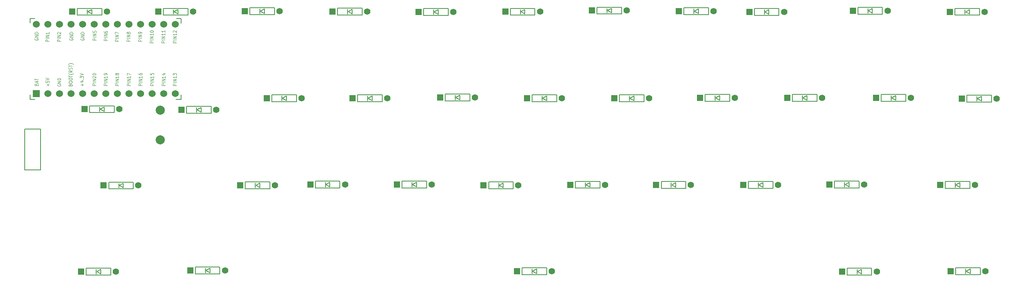
<source format=gbr>
%TF.GenerationSoftware,KiCad,Pcbnew,7.0.8*%
%TF.CreationDate,2024-11-13T13:09:42+09:00*%
%TF.ProjectId,cool337,636f6f6c-3333-4372-9e6b-696361645f70,rev?*%
%TF.SameCoordinates,Original*%
%TF.FileFunction,Legend,Top*%
%TF.FilePolarity,Positive*%
%FSLAX46Y46*%
G04 Gerber Fmt 4.6, Leading zero omitted, Abs format (unit mm)*
G04 Created by KiCad (PCBNEW 7.0.8) date 2024-11-13 13:09:42*
%MOMM*%
%LPD*%
G01*
G04 APERTURE LIST*
%ADD10C,0.125000*%
%ADD11C,0.150000*%
%ADD12R,1.397000X1.397000*%
%ADD13C,1.397000*%
%ADD14C,2.000000*%
%ADD15C,1.524000*%
%ADD16R,1.524000X1.524000*%
G04 APERTURE END LIST*
D10*
X2834178Y-14185475D02*
X2798464Y-14249285D01*
X2798464Y-14249285D02*
X2798464Y-14344999D01*
X2798464Y-14344999D02*
X2834178Y-14440713D01*
X2834178Y-14440713D02*
X2905607Y-14504523D01*
X2905607Y-14504523D02*
X2977035Y-14536428D01*
X2977035Y-14536428D02*
X3119892Y-14568332D01*
X3119892Y-14568332D02*
X3227035Y-14568332D01*
X3227035Y-14568332D02*
X3369892Y-14536428D01*
X3369892Y-14536428D02*
X3441321Y-14504523D01*
X3441321Y-14504523D02*
X3512750Y-14440713D01*
X3512750Y-14440713D02*
X3548464Y-14344999D01*
X3548464Y-14344999D02*
X3548464Y-14281190D01*
X3548464Y-14281190D02*
X3512750Y-14185475D01*
X3512750Y-14185475D02*
X3477035Y-14153571D01*
X3477035Y-14153571D02*
X3227035Y-14153571D01*
X3227035Y-14153571D02*
X3227035Y-14281190D01*
X3548464Y-13866428D02*
X2798464Y-13866428D01*
X2798464Y-13866428D02*
X3548464Y-13483571D01*
X3548464Y-13483571D02*
X2798464Y-13483571D01*
X3548464Y-13164523D02*
X2798464Y-13164523D01*
X2798464Y-13164523D02*
X2798464Y-13004999D01*
X2798464Y-13004999D02*
X2834178Y-12909285D01*
X2834178Y-12909285D02*
X2905607Y-12845475D01*
X2905607Y-12845475D02*
X2977035Y-12813570D01*
X2977035Y-12813570D02*
X3119892Y-12781666D01*
X3119892Y-12781666D02*
X3227035Y-12781666D01*
X3227035Y-12781666D02*
X3369892Y-12813570D01*
X3369892Y-12813570D02*
X3441321Y-12845475D01*
X3441321Y-12845475D02*
X3512750Y-12909285D01*
X3512750Y-12909285D02*
X3548464Y-13004999D01*
X3548464Y-13004999D02*
X3548464Y-13164523D01*
X-1561535Y-14845000D02*
X-2311535Y-14845000D01*
X-2311535Y-14845000D02*
X-2311535Y-14589762D01*
X-2311535Y-14589762D02*
X-2275821Y-14525952D01*
X-2275821Y-14525952D02*
X-2240107Y-14494047D01*
X-2240107Y-14494047D02*
X-2168678Y-14462143D01*
X-2168678Y-14462143D02*
X-2061535Y-14462143D01*
X-2061535Y-14462143D02*
X-1990107Y-14494047D01*
X-1990107Y-14494047D02*
X-1954392Y-14525952D01*
X-1954392Y-14525952D02*
X-1918678Y-14589762D01*
X-1918678Y-14589762D02*
X-1918678Y-14845000D01*
X-1561535Y-14175000D02*
X-2311535Y-14175000D01*
X-1561535Y-13855952D02*
X-2311535Y-13855952D01*
X-2311535Y-13855952D02*
X-1561535Y-13473095D01*
X-1561535Y-13473095D02*
X-2311535Y-13473095D01*
X-2240107Y-13185951D02*
X-2275821Y-13154047D01*
X-2275821Y-13154047D02*
X-2311535Y-13090237D01*
X-2311535Y-13090237D02*
X-2311535Y-12930713D01*
X-2311535Y-12930713D02*
X-2275821Y-12866904D01*
X-2275821Y-12866904D02*
X-2240107Y-12834999D01*
X-2240107Y-12834999D02*
X-2168678Y-12803094D01*
X-2168678Y-12803094D02*
X-2097250Y-12803094D01*
X-2097250Y-12803094D02*
X-1990107Y-12834999D01*
X-1990107Y-12834999D02*
X-1561535Y-13217856D01*
X-1561535Y-13217856D02*
X-1561535Y-12803094D01*
X16248464Y-24519047D02*
X15498464Y-24519047D01*
X15498464Y-24519047D02*
X15498464Y-24263809D01*
X15498464Y-24263809D02*
X15534178Y-24199999D01*
X15534178Y-24199999D02*
X15569892Y-24168094D01*
X15569892Y-24168094D02*
X15641321Y-24136190D01*
X15641321Y-24136190D02*
X15748464Y-24136190D01*
X15748464Y-24136190D02*
X15819892Y-24168094D01*
X15819892Y-24168094D02*
X15855607Y-24199999D01*
X15855607Y-24199999D02*
X15891321Y-24263809D01*
X15891321Y-24263809D02*
X15891321Y-24519047D01*
X16248464Y-23849047D02*
X15498464Y-23849047D01*
X16248464Y-23529999D02*
X15498464Y-23529999D01*
X15498464Y-23529999D02*
X16248464Y-23147142D01*
X16248464Y-23147142D02*
X15498464Y-23147142D01*
X16248464Y-22477141D02*
X16248464Y-22859998D01*
X16248464Y-22668570D02*
X15498464Y-22668570D01*
X15498464Y-22668570D02*
X15605607Y-22732379D01*
X15605607Y-22732379D02*
X15677035Y-22796189D01*
X15677035Y-22796189D02*
X15712750Y-22859998D01*
X15498464Y-21902856D02*
X15498464Y-22030475D01*
X15498464Y-22030475D02*
X15534178Y-22094284D01*
X15534178Y-22094284D02*
X15569892Y-22126189D01*
X15569892Y-22126189D02*
X15677035Y-22189999D01*
X15677035Y-22189999D02*
X15819892Y-22221903D01*
X15819892Y-22221903D02*
X16105607Y-22221903D01*
X16105607Y-22221903D02*
X16177035Y-22189999D01*
X16177035Y-22189999D02*
X16212750Y-22158094D01*
X16212750Y-22158094D02*
X16248464Y-22094284D01*
X16248464Y-22094284D02*
X16248464Y-21966665D01*
X16248464Y-21966665D02*
X16212750Y-21902856D01*
X16212750Y-21902856D02*
X16177035Y-21870951D01*
X16177035Y-21870951D02*
X16105607Y-21839046D01*
X16105607Y-21839046D02*
X15927035Y-21839046D01*
X15927035Y-21839046D02*
X15855607Y-21870951D01*
X15855607Y-21870951D02*
X15819892Y-21902856D01*
X15819892Y-21902856D02*
X15784178Y-21966665D01*
X15784178Y-21966665D02*
X15784178Y-22094284D01*
X15784178Y-22094284D02*
X15819892Y-22158094D01*
X15819892Y-22158094D02*
X15855607Y-22189999D01*
X15855607Y-22189999D02*
X15927035Y-22221903D01*
X6218464Y-14565000D02*
X5468464Y-14565000D01*
X5468464Y-14565000D02*
X5468464Y-14309762D01*
X5468464Y-14309762D02*
X5504178Y-14245952D01*
X5504178Y-14245952D02*
X5539892Y-14214047D01*
X5539892Y-14214047D02*
X5611321Y-14182143D01*
X5611321Y-14182143D02*
X5718464Y-14182143D01*
X5718464Y-14182143D02*
X5789892Y-14214047D01*
X5789892Y-14214047D02*
X5825607Y-14245952D01*
X5825607Y-14245952D02*
X5861321Y-14309762D01*
X5861321Y-14309762D02*
X5861321Y-14565000D01*
X6218464Y-13895000D02*
X5468464Y-13895000D01*
X6218464Y-13575952D02*
X5468464Y-13575952D01*
X5468464Y-13575952D02*
X6218464Y-13193095D01*
X6218464Y-13193095D02*
X5468464Y-13193095D01*
X5468464Y-12554999D02*
X5468464Y-12874047D01*
X5468464Y-12874047D02*
X5825607Y-12905951D01*
X5825607Y-12905951D02*
X5789892Y-12874047D01*
X5789892Y-12874047D02*
X5754178Y-12810237D01*
X5754178Y-12810237D02*
X5754178Y-12650713D01*
X5754178Y-12650713D02*
X5789892Y-12586904D01*
X5789892Y-12586904D02*
X5825607Y-12554999D01*
X5825607Y-12554999D02*
X5897035Y-12523094D01*
X5897035Y-12523094D02*
X6075607Y-12523094D01*
X6075607Y-12523094D02*
X6147035Y-12554999D01*
X6147035Y-12554999D02*
X6182750Y-12586904D01*
X6182750Y-12586904D02*
X6218464Y-12650713D01*
X6218464Y-12650713D02*
X6218464Y-12810237D01*
X6218464Y-12810237D02*
X6182750Y-12874047D01*
X6182750Y-12874047D02*
X6147035Y-12905951D01*
X545607Y-24435237D02*
X581321Y-24339523D01*
X581321Y-24339523D02*
X617035Y-24307618D01*
X617035Y-24307618D02*
X688464Y-24275714D01*
X688464Y-24275714D02*
X795607Y-24275714D01*
X795607Y-24275714D02*
X867035Y-24307618D01*
X867035Y-24307618D02*
X902750Y-24339523D01*
X902750Y-24339523D02*
X938464Y-24403333D01*
X938464Y-24403333D02*
X938464Y-24658571D01*
X938464Y-24658571D02*
X188464Y-24658571D01*
X188464Y-24658571D02*
X188464Y-24435237D01*
X188464Y-24435237D02*
X224178Y-24371428D01*
X224178Y-24371428D02*
X259892Y-24339523D01*
X259892Y-24339523D02*
X331321Y-24307618D01*
X331321Y-24307618D02*
X402750Y-24307618D01*
X402750Y-24307618D02*
X474178Y-24339523D01*
X474178Y-24339523D02*
X509892Y-24371428D01*
X509892Y-24371428D02*
X545607Y-24435237D01*
X545607Y-24435237D02*
X545607Y-24658571D01*
X188464Y-23860952D02*
X188464Y-23733333D01*
X188464Y-23733333D02*
X224178Y-23669523D01*
X224178Y-23669523D02*
X295607Y-23605714D01*
X295607Y-23605714D02*
X438464Y-23573809D01*
X438464Y-23573809D02*
X688464Y-23573809D01*
X688464Y-23573809D02*
X831321Y-23605714D01*
X831321Y-23605714D02*
X902750Y-23669523D01*
X902750Y-23669523D02*
X938464Y-23733333D01*
X938464Y-23733333D02*
X938464Y-23860952D01*
X938464Y-23860952D02*
X902750Y-23924761D01*
X902750Y-23924761D02*
X831321Y-23988571D01*
X831321Y-23988571D02*
X688464Y-24020475D01*
X688464Y-24020475D02*
X438464Y-24020475D01*
X438464Y-24020475D02*
X295607Y-23988571D01*
X295607Y-23988571D02*
X224178Y-23924761D01*
X224178Y-23924761D02*
X188464Y-23860952D01*
X188464Y-23159047D02*
X188464Y-23031428D01*
X188464Y-23031428D02*
X224178Y-22967618D01*
X224178Y-22967618D02*
X295607Y-22903809D01*
X295607Y-22903809D02*
X438464Y-22871904D01*
X438464Y-22871904D02*
X688464Y-22871904D01*
X688464Y-22871904D02*
X831321Y-22903809D01*
X831321Y-22903809D02*
X902750Y-22967618D01*
X902750Y-22967618D02*
X938464Y-23031428D01*
X938464Y-23031428D02*
X938464Y-23159047D01*
X938464Y-23159047D02*
X902750Y-23222856D01*
X902750Y-23222856D02*
X831321Y-23286666D01*
X831321Y-23286666D02*
X688464Y-23318570D01*
X688464Y-23318570D02*
X438464Y-23318570D01*
X438464Y-23318570D02*
X295607Y-23286666D01*
X295607Y-23286666D02*
X224178Y-23222856D01*
X224178Y-23222856D02*
X188464Y-23159047D01*
X188464Y-22680475D02*
X188464Y-22297618D01*
X938464Y-22489046D02*
X188464Y-22489046D01*
X1224178Y-21882856D02*
X1188464Y-21914761D01*
X1188464Y-21914761D02*
X1081321Y-21978570D01*
X1081321Y-21978570D02*
X1009892Y-22010475D01*
X1009892Y-22010475D02*
X902750Y-22042380D01*
X902750Y-22042380D02*
X724178Y-22074285D01*
X724178Y-22074285D02*
X581321Y-22074285D01*
X581321Y-22074285D02*
X402750Y-22042380D01*
X402750Y-22042380D02*
X295607Y-22010475D01*
X295607Y-22010475D02*
X224178Y-21978570D01*
X224178Y-21978570D02*
X117035Y-21914761D01*
X117035Y-21914761D02*
X81321Y-21882856D01*
X938464Y-21244761D02*
X581321Y-21468094D01*
X938464Y-21627618D02*
X188464Y-21627618D01*
X188464Y-21627618D02*
X188464Y-21372380D01*
X188464Y-21372380D02*
X224178Y-21308570D01*
X224178Y-21308570D02*
X259892Y-21276665D01*
X259892Y-21276665D02*
X331321Y-21244761D01*
X331321Y-21244761D02*
X438464Y-21244761D01*
X438464Y-21244761D02*
X509892Y-21276665D01*
X509892Y-21276665D02*
X545607Y-21308570D01*
X545607Y-21308570D02*
X581321Y-21372380D01*
X581321Y-21372380D02*
X581321Y-21627618D01*
X902750Y-20989522D02*
X938464Y-20893808D01*
X938464Y-20893808D02*
X938464Y-20734284D01*
X938464Y-20734284D02*
X902750Y-20670475D01*
X902750Y-20670475D02*
X867035Y-20638570D01*
X867035Y-20638570D02*
X795607Y-20606665D01*
X795607Y-20606665D02*
X724178Y-20606665D01*
X724178Y-20606665D02*
X652750Y-20638570D01*
X652750Y-20638570D02*
X617035Y-20670475D01*
X617035Y-20670475D02*
X581321Y-20734284D01*
X581321Y-20734284D02*
X545607Y-20861903D01*
X545607Y-20861903D02*
X509892Y-20925713D01*
X509892Y-20925713D02*
X474178Y-20957618D01*
X474178Y-20957618D02*
X402750Y-20989522D01*
X402750Y-20989522D02*
X331321Y-20989522D01*
X331321Y-20989522D02*
X259892Y-20957618D01*
X259892Y-20957618D02*
X224178Y-20925713D01*
X224178Y-20925713D02*
X188464Y-20861903D01*
X188464Y-20861903D02*
X188464Y-20702380D01*
X188464Y-20702380D02*
X224178Y-20606665D01*
X188464Y-20415237D02*
X188464Y-20032380D01*
X938464Y-20223808D02*
X188464Y-20223808D01*
X1224178Y-19872856D02*
X1188464Y-19840951D01*
X1188464Y-19840951D02*
X1081321Y-19777142D01*
X1081321Y-19777142D02*
X1009892Y-19745237D01*
X1009892Y-19745237D02*
X902750Y-19713332D01*
X902750Y-19713332D02*
X724178Y-19681428D01*
X724178Y-19681428D02*
X581321Y-19681428D01*
X581321Y-19681428D02*
X402750Y-19713332D01*
X402750Y-19713332D02*
X295607Y-19745237D01*
X295607Y-19745237D02*
X224178Y-19777142D01*
X224178Y-19777142D02*
X117035Y-19840951D01*
X117035Y-19840951D02*
X81321Y-19872856D01*
X-4387250Y-24676428D02*
X-4387250Y-24165952D01*
X-4101535Y-24421190D02*
X-4672964Y-24421190D01*
X-4851535Y-23527856D02*
X-4851535Y-23846904D01*
X-4851535Y-23846904D02*
X-4494392Y-23878808D01*
X-4494392Y-23878808D02*
X-4530107Y-23846904D01*
X-4530107Y-23846904D02*
X-4565821Y-23783094D01*
X-4565821Y-23783094D02*
X-4565821Y-23623570D01*
X-4565821Y-23623570D02*
X-4530107Y-23559761D01*
X-4530107Y-23559761D02*
X-4494392Y-23527856D01*
X-4494392Y-23527856D02*
X-4422964Y-23495951D01*
X-4422964Y-23495951D02*
X-4244392Y-23495951D01*
X-4244392Y-23495951D02*
X-4172964Y-23527856D01*
X-4172964Y-23527856D02*
X-4137250Y-23559761D01*
X-4137250Y-23559761D02*
X-4101535Y-23623570D01*
X-4101535Y-23623570D02*
X-4101535Y-23783094D01*
X-4101535Y-23783094D02*
X-4137250Y-23846904D01*
X-4137250Y-23846904D02*
X-4172964Y-23878808D01*
X-4851535Y-23304523D02*
X-4101535Y-23081190D01*
X-4101535Y-23081190D02*
X-4851535Y-22857856D01*
X11148464Y-24519047D02*
X10398464Y-24519047D01*
X10398464Y-24519047D02*
X10398464Y-24263809D01*
X10398464Y-24263809D02*
X10434178Y-24199999D01*
X10434178Y-24199999D02*
X10469892Y-24168094D01*
X10469892Y-24168094D02*
X10541321Y-24136190D01*
X10541321Y-24136190D02*
X10648464Y-24136190D01*
X10648464Y-24136190D02*
X10719892Y-24168094D01*
X10719892Y-24168094D02*
X10755607Y-24199999D01*
X10755607Y-24199999D02*
X10791321Y-24263809D01*
X10791321Y-24263809D02*
X10791321Y-24519047D01*
X11148464Y-23849047D02*
X10398464Y-23849047D01*
X11148464Y-23529999D02*
X10398464Y-23529999D01*
X10398464Y-23529999D02*
X11148464Y-23147142D01*
X11148464Y-23147142D02*
X10398464Y-23147142D01*
X11148464Y-22477141D02*
X11148464Y-22859998D01*
X11148464Y-22668570D02*
X10398464Y-22668570D01*
X10398464Y-22668570D02*
X10505607Y-22732379D01*
X10505607Y-22732379D02*
X10577035Y-22796189D01*
X10577035Y-22796189D02*
X10612750Y-22859998D01*
X10719892Y-22094284D02*
X10684178Y-22158094D01*
X10684178Y-22158094D02*
X10648464Y-22189999D01*
X10648464Y-22189999D02*
X10577035Y-22221903D01*
X10577035Y-22221903D02*
X10541321Y-22221903D01*
X10541321Y-22221903D02*
X10469892Y-22189999D01*
X10469892Y-22189999D02*
X10434178Y-22158094D01*
X10434178Y-22158094D02*
X10398464Y-22094284D01*
X10398464Y-22094284D02*
X10398464Y-21966665D01*
X10398464Y-21966665D02*
X10434178Y-21902856D01*
X10434178Y-21902856D02*
X10469892Y-21870951D01*
X10469892Y-21870951D02*
X10541321Y-21839046D01*
X10541321Y-21839046D02*
X10577035Y-21839046D01*
X10577035Y-21839046D02*
X10648464Y-21870951D01*
X10648464Y-21870951D02*
X10684178Y-21902856D01*
X10684178Y-21902856D02*
X10719892Y-21966665D01*
X10719892Y-21966665D02*
X10719892Y-22094284D01*
X10719892Y-22094284D02*
X10755607Y-22158094D01*
X10755607Y-22158094D02*
X10791321Y-22189999D01*
X10791321Y-22189999D02*
X10862750Y-22221903D01*
X10862750Y-22221903D02*
X11005607Y-22221903D01*
X11005607Y-22221903D02*
X11077035Y-22189999D01*
X11077035Y-22189999D02*
X11112750Y-22158094D01*
X11112750Y-22158094D02*
X11148464Y-22094284D01*
X11148464Y-22094284D02*
X11148464Y-21966665D01*
X11148464Y-21966665D02*
X11112750Y-21902856D01*
X11112750Y-21902856D02*
X11077035Y-21870951D01*
X11077035Y-21870951D02*
X11005607Y-21839046D01*
X11005607Y-21839046D02*
X10862750Y-21839046D01*
X10862750Y-21839046D02*
X10791321Y-21870951D01*
X10791321Y-21870951D02*
X10755607Y-21902856D01*
X10755607Y-21902856D02*
X10719892Y-21966665D01*
X18748464Y-15134047D02*
X17998464Y-15134047D01*
X17998464Y-15134047D02*
X17998464Y-14878809D01*
X17998464Y-14878809D02*
X18034178Y-14814999D01*
X18034178Y-14814999D02*
X18069892Y-14783094D01*
X18069892Y-14783094D02*
X18141321Y-14751190D01*
X18141321Y-14751190D02*
X18248464Y-14751190D01*
X18248464Y-14751190D02*
X18319892Y-14783094D01*
X18319892Y-14783094D02*
X18355607Y-14814999D01*
X18355607Y-14814999D02*
X18391321Y-14878809D01*
X18391321Y-14878809D02*
X18391321Y-15134047D01*
X18748464Y-14464047D02*
X17998464Y-14464047D01*
X18748464Y-14144999D02*
X17998464Y-14144999D01*
X17998464Y-14144999D02*
X18748464Y-13762142D01*
X18748464Y-13762142D02*
X17998464Y-13762142D01*
X18748464Y-13092141D02*
X18748464Y-13474998D01*
X18748464Y-13283570D02*
X17998464Y-13283570D01*
X17998464Y-13283570D02*
X18105607Y-13347379D01*
X18105607Y-13347379D02*
X18177035Y-13411189D01*
X18177035Y-13411189D02*
X18212750Y-13474998D01*
X17998464Y-12677380D02*
X17998464Y-12613570D01*
X17998464Y-12613570D02*
X18034178Y-12549761D01*
X18034178Y-12549761D02*
X18069892Y-12517856D01*
X18069892Y-12517856D02*
X18141321Y-12485951D01*
X18141321Y-12485951D02*
X18284178Y-12454046D01*
X18284178Y-12454046D02*
X18462750Y-12454046D01*
X18462750Y-12454046D02*
X18605607Y-12485951D01*
X18605607Y-12485951D02*
X18677035Y-12517856D01*
X18677035Y-12517856D02*
X18712750Y-12549761D01*
X18712750Y-12549761D02*
X18748464Y-12613570D01*
X18748464Y-12613570D02*
X18748464Y-12677380D01*
X18748464Y-12677380D02*
X18712750Y-12741189D01*
X18712750Y-12741189D02*
X18677035Y-12773094D01*
X18677035Y-12773094D02*
X18605607Y-12804999D01*
X18605607Y-12804999D02*
X18462750Y-12836903D01*
X18462750Y-12836903D02*
X18284178Y-12836903D01*
X18284178Y-12836903D02*
X18141321Y-12804999D01*
X18141321Y-12804999D02*
X18069892Y-12773094D01*
X18069892Y-12773094D02*
X18034178Y-12741189D01*
X18034178Y-12741189D02*
X17998464Y-12677380D01*
X21298464Y-15134047D02*
X20548464Y-15134047D01*
X20548464Y-15134047D02*
X20548464Y-14878809D01*
X20548464Y-14878809D02*
X20584178Y-14814999D01*
X20584178Y-14814999D02*
X20619892Y-14783094D01*
X20619892Y-14783094D02*
X20691321Y-14751190D01*
X20691321Y-14751190D02*
X20798464Y-14751190D01*
X20798464Y-14751190D02*
X20869892Y-14783094D01*
X20869892Y-14783094D02*
X20905607Y-14814999D01*
X20905607Y-14814999D02*
X20941321Y-14878809D01*
X20941321Y-14878809D02*
X20941321Y-15134047D01*
X21298464Y-14464047D02*
X20548464Y-14464047D01*
X21298464Y-14144999D02*
X20548464Y-14144999D01*
X20548464Y-14144999D02*
X21298464Y-13762142D01*
X21298464Y-13762142D02*
X20548464Y-13762142D01*
X21298464Y-13092141D02*
X21298464Y-13474998D01*
X21298464Y-13283570D02*
X20548464Y-13283570D01*
X20548464Y-13283570D02*
X20655607Y-13347379D01*
X20655607Y-13347379D02*
X20727035Y-13411189D01*
X20727035Y-13411189D02*
X20762750Y-13474998D01*
X21298464Y-12454046D02*
X21298464Y-12836903D01*
X21298464Y-12645475D02*
X20548464Y-12645475D01*
X20548464Y-12645475D02*
X20655607Y-12709284D01*
X20655607Y-12709284D02*
X20727035Y-12773094D01*
X20727035Y-12773094D02*
X20762750Y-12836903D01*
X-7235821Y-14185475D02*
X-7271535Y-14249285D01*
X-7271535Y-14249285D02*
X-7271535Y-14344999D01*
X-7271535Y-14344999D02*
X-7235821Y-14440713D01*
X-7235821Y-14440713D02*
X-7164392Y-14504523D01*
X-7164392Y-14504523D02*
X-7092964Y-14536428D01*
X-7092964Y-14536428D02*
X-6950107Y-14568332D01*
X-6950107Y-14568332D02*
X-6842964Y-14568332D01*
X-6842964Y-14568332D02*
X-6700107Y-14536428D01*
X-6700107Y-14536428D02*
X-6628678Y-14504523D01*
X-6628678Y-14504523D02*
X-6557250Y-14440713D01*
X-6557250Y-14440713D02*
X-6521535Y-14344999D01*
X-6521535Y-14344999D02*
X-6521535Y-14281190D01*
X-6521535Y-14281190D02*
X-6557250Y-14185475D01*
X-6557250Y-14185475D02*
X-6592964Y-14153571D01*
X-6592964Y-14153571D02*
X-6842964Y-14153571D01*
X-6842964Y-14153571D02*
X-6842964Y-14281190D01*
X-6521535Y-13866428D02*
X-7271535Y-13866428D01*
X-7271535Y-13866428D02*
X-6521535Y-13483571D01*
X-6521535Y-13483571D02*
X-7271535Y-13483571D01*
X-6521535Y-13164523D02*
X-7271535Y-13164523D01*
X-7271535Y-13164523D02*
X-7271535Y-13004999D01*
X-7271535Y-13004999D02*
X-7235821Y-12909285D01*
X-7235821Y-12909285D02*
X-7164392Y-12845475D01*
X-7164392Y-12845475D02*
X-7092964Y-12813570D01*
X-7092964Y-12813570D02*
X-6950107Y-12781666D01*
X-6950107Y-12781666D02*
X-6842964Y-12781666D01*
X-6842964Y-12781666D02*
X-6700107Y-12813570D01*
X-6700107Y-12813570D02*
X-6628678Y-12845475D01*
X-6628678Y-12845475D02*
X-6557250Y-12909285D01*
X-6557250Y-12909285D02*
X-6521535Y-13004999D01*
X-6521535Y-13004999D02*
X-6521535Y-13164523D01*
X11098464Y-14815000D02*
X10348464Y-14815000D01*
X10348464Y-14815000D02*
X10348464Y-14559762D01*
X10348464Y-14559762D02*
X10384178Y-14495952D01*
X10384178Y-14495952D02*
X10419892Y-14464047D01*
X10419892Y-14464047D02*
X10491321Y-14432143D01*
X10491321Y-14432143D02*
X10598464Y-14432143D01*
X10598464Y-14432143D02*
X10669892Y-14464047D01*
X10669892Y-14464047D02*
X10705607Y-14495952D01*
X10705607Y-14495952D02*
X10741321Y-14559762D01*
X10741321Y-14559762D02*
X10741321Y-14815000D01*
X11098464Y-14145000D02*
X10348464Y-14145000D01*
X11098464Y-13825952D02*
X10348464Y-13825952D01*
X10348464Y-13825952D02*
X11098464Y-13443095D01*
X11098464Y-13443095D02*
X10348464Y-13443095D01*
X10348464Y-13187856D02*
X10348464Y-12741190D01*
X10348464Y-12741190D02*
X11098464Y-13028332D01*
X6148464Y-24519047D02*
X5398464Y-24519047D01*
X5398464Y-24519047D02*
X5398464Y-24263809D01*
X5398464Y-24263809D02*
X5434178Y-24199999D01*
X5434178Y-24199999D02*
X5469892Y-24168094D01*
X5469892Y-24168094D02*
X5541321Y-24136190D01*
X5541321Y-24136190D02*
X5648464Y-24136190D01*
X5648464Y-24136190D02*
X5719892Y-24168094D01*
X5719892Y-24168094D02*
X5755607Y-24199999D01*
X5755607Y-24199999D02*
X5791321Y-24263809D01*
X5791321Y-24263809D02*
X5791321Y-24519047D01*
X6148464Y-23849047D02*
X5398464Y-23849047D01*
X6148464Y-23529999D02*
X5398464Y-23529999D01*
X5398464Y-23529999D02*
X6148464Y-23147142D01*
X6148464Y-23147142D02*
X5398464Y-23147142D01*
X5469892Y-22859998D02*
X5434178Y-22828094D01*
X5434178Y-22828094D02*
X5398464Y-22764284D01*
X5398464Y-22764284D02*
X5398464Y-22604760D01*
X5398464Y-22604760D02*
X5434178Y-22540951D01*
X5434178Y-22540951D02*
X5469892Y-22509046D01*
X5469892Y-22509046D02*
X5541321Y-22477141D01*
X5541321Y-22477141D02*
X5612750Y-22477141D01*
X5612750Y-22477141D02*
X5719892Y-22509046D01*
X5719892Y-22509046D02*
X6148464Y-22891903D01*
X6148464Y-22891903D02*
X6148464Y-22477141D01*
X5398464Y-22062380D02*
X5398464Y-21998570D01*
X5398464Y-21998570D02*
X5434178Y-21934761D01*
X5434178Y-21934761D02*
X5469892Y-21902856D01*
X5469892Y-21902856D02*
X5541321Y-21870951D01*
X5541321Y-21870951D02*
X5684178Y-21839046D01*
X5684178Y-21839046D02*
X5862750Y-21839046D01*
X5862750Y-21839046D02*
X6005607Y-21870951D01*
X6005607Y-21870951D02*
X6077035Y-21902856D01*
X6077035Y-21902856D02*
X6112750Y-21934761D01*
X6112750Y-21934761D02*
X6148464Y-21998570D01*
X6148464Y-21998570D02*
X6148464Y-22062380D01*
X6148464Y-22062380D02*
X6112750Y-22126189D01*
X6112750Y-22126189D02*
X6077035Y-22158094D01*
X6077035Y-22158094D02*
X6005607Y-22189999D01*
X6005607Y-22189999D02*
X5862750Y-22221903D01*
X5862750Y-22221903D02*
X5684178Y-22221903D01*
X5684178Y-22221903D02*
X5541321Y-22189999D01*
X5541321Y-22189999D02*
X5469892Y-22158094D01*
X5469892Y-22158094D02*
X5434178Y-22126189D01*
X5434178Y-22126189D02*
X5398464Y-22062380D01*
X23810464Y-24552647D02*
X23060464Y-24552647D01*
X23060464Y-24552647D02*
X23060464Y-24297409D01*
X23060464Y-24297409D02*
X23096178Y-24233599D01*
X23096178Y-24233599D02*
X23131892Y-24201694D01*
X23131892Y-24201694D02*
X23203321Y-24169790D01*
X23203321Y-24169790D02*
X23310464Y-24169790D01*
X23310464Y-24169790D02*
X23381892Y-24201694D01*
X23381892Y-24201694D02*
X23417607Y-24233599D01*
X23417607Y-24233599D02*
X23453321Y-24297409D01*
X23453321Y-24297409D02*
X23453321Y-24552647D01*
X23810464Y-23882647D02*
X23060464Y-23882647D01*
X23810464Y-23563599D02*
X23060464Y-23563599D01*
X23060464Y-23563599D02*
X23810464Y-23180742D01*
X23810464Y-23180742D02*
X23060464Y-23180742D01*
X23810464Y-22510741D02*
X23810464Y-22893598D01*
X23810464Y-22702170D02*
X23060464Y-22702170D01*
X23060464Y-22702170D02*
X23167607Y-22765979D01*
X23167607Y-22765979D02*
X23239035Y-22829789D01*
X23239035Y-22829789D02*
X23274750Y-22893598D01*
X23060464Y-22287408D02*
X23060464Y-21872646D01*
X23060464Y-21872646D02*
X23346178Y-22095980D01*
X23346178Y-22095980D02*
X23346178Y-22000265D01*
X23346178Y-22000265D02*
X23381892Y-21936456D01*
X23381892Y-21936456D02*
X23417607Y-21904551D01*
X23417607Y-21904551D02*
X23489035Y-21872646D01*
X23489035Y-21872646D02*
X23667607Y-21872646D01*
X23667607Y-21872646D02*
X23739035Y-21904551D01*
X23739035Y-21904551D02*
X23774750Y-21936456D01*
X23774750Y-21936456D02*
X23810464Y-22000265D01*
X23810464Y-22000265D02*
X23810464Y-22191694D01*
X23810464Y-22191694D02*
X23774750Y-22255503D01*
X23774750Y-22255503D02*
X23739035Y-22287408D01*
X21348464Y-24519047D02*
X20598464Y-24519047D01*
X20598464Y-24519047D02*
X20598464Y-24263809D01*
X20598464Y-24263809D02*
X20634178Y-24199999D01*
X20634178Y-24199999D02*
X20669892Y-24168094D01*
X20669892Y-24168094D02*
X20741321Y-24136190D01*
X20741321Y-24136190D02*
X20848464Y-24136190D01*
X20848464Y-24136190D02*
X20919892Y-24168094D01*
X20919892Y-24168094D02*
X20955607Y-24199999D01*
X20955607Y-24199999D02*
X20991321Y-24263809D01*
X20991321Y-24263809D02*
X20991321Y-24519047D01*
X21348464Y-23849047D02*
X20598464Y-23849047D01*
X21348464Y-23529999D02*
X20598464Y-23529999D01*
X20598464Y-23529999D02*
X21348464Y-23147142D01*
X21348464Y-23147142D02*
X20598464Y-23147142D01*
X21348464Y-22477141D02*
X21348464Y-22859998D01*
X21348464Y-22668570D02*
X20598464Y-22668570D01*
X20598464Y-22668570D02*
X20705607Y-22732379D01*
X20705607Y-22732379D02*
X20777035Y-22796189D01*
X20777035Y-22796189D02*
X20812750Y-22859998D01*
X20848464Y-21902856D02*
X21348464Y-21902856D01*
X20562750Y-22062380D02*
X21098464Y-22221903D01*
X21098464Y-22221903D02*
X21098464Y-21807142D01*
X3122750Y-24620000D02*
X3122750Y-24109524D01*
X3408464Y-24364762D02*
X2837035Y-24364762D01*
X2908464Y-23503333D02*
X3408464Y-23503333D01*
X2622750Y-23662857D02*
X3158464Y-23822380D01*
X3158464Y-23822380D02*
X3158464Y-23407619D01*
X3337035Y-23152381D02*
X3372750Y-23120476D01*
X3372750Y-23120476D02*
X3408464Y-23152381D01*
X3408464Y-23152381D02*
X3372750Y-23184285D01*
X3372750Y-23184285D02*
X3337035Y-23152381D01*
X3337035Y-23152381D02*
X3408464Y-23152381D01*
X2658464Y-22897142D02*
X2658464Y-22482380D01*
X2658464Y-22482380D02*
X2944178Y-22705714D01*
X2944178Y-22705714D02*
X2944178Y-22609999D01*
X2944178Y-22609999D02*
X2979892Y-22546190D01*
X2979892Y-22546190D02*
X3015607Y-22514285D01*
X3015607Y-22514285D02*
X3087035Y-22482380D01*
X3087035Y-22482380D02*
X3265607Y-22482380D01*
X3265607Y-22482380D02*
X3337035Y-22514285D01*
X3337035Y-22514285D02*
X3372750Y-22546190D01*
X3372750Y-22546190D02*
X3408464Y-22609999D01*
X3408464Y-22609999D02*
X3408464Y-22801428D01*
X3408464Y-22801428D02*
X3372750Y-22865237D01*
X3372750Y-22865237D02*
X3337035Y-22897142D01*
X2658464Y-22290952D02*
X3408464Y-22067619D01*
X3408464Y-22067619D02*
X2658464Y-21844285D01*
X8648464Y-24519047D02*
X7898464Y-24519047D01*
X7898464Y-24519047D02*
X7898464Y-24263809D01*
X7898464Y-24263809D02*
X7934178Y-24199999D01*
X7934178Y-24199999D02*
X7969892Y-24168094D01*
X7969892Y-24168094D02*
X8041321Y-24136190D01*
X8041321Y-24136190D02*
X8148464Y-24136190D01*
X8148464Y-24136190D02*
X8219892Y-24168094D01*
X8219892Y-24168094D02*
X8255607Y-24199999D01*
X8255607Y-24199999D02*
X8291321Y-24263809D01*
X8291321Y-24263809D02*
X8291321Y-24519047D01*
X8648464Y-23849047D02*
X7898464Y-23849047D01*
X8648464Y-23529999D02*
X7898464Y-23529999D01*
X7898464Y-23529999D02*
X8648464Y-23147142D01*
X8648464Y-23147142D02*
X7898464Y-23147142D01*
X8648464Y-22477141D02*
X8648464Y-22859998D01*
X8648464Y-22668570D02*
X7898464Y-22668570D01*
X7898464Y-22668570D02*
X8005607Y-22732379D01*
X8005607Y-22732379D02*
X8077035Y-22796189D01*
X8077035Y-22796189D02*
X8112750Y-22859998D01*
X8648464Y-22158094D02*
X8648464Y-22030475D01*
X8648464Y-22030475D02*
X8612750Y-21966665D01*
X8612750Y-21966665D02*
X8577035Y-21934761D01*
X8577035Y-21934761D02*
X8469892Y-21870951D01*
X8469892Y-21870951D02*
X8327035Y-21839046D01*
X8327035Y-21839046D02*
X8041321Y-21839046D01*
X8041321Y-21839046D02*
X7969892Y-21870951D01*
X7969892Y-21870951D02*
X7934178Y-21902856D01*
X7934178Y-21902856D02*
X7898464Y-21966665D01*
X7898464Y-21966665D02*
X7898464Y-22094284D01*
X7898464Y-22094284D02*
X7934178Y-22158094D01*
X7934178Y-22158094D02*
X7969892Y-22189999D01*
X7969892Y-22189999D02*
X8041321Y-22221903D01*
X8041321Y-22221903D02*
X8219892Y-22221903D01*
X8219892Y-22221903D02*
X8291321Y-22189999D01*
X8291321Y-22189999D02*
X8327035Y-22158094D01*
X8327035Y-22158094D02*
X8362750Y-22094284D01*
X8362750Y-22094284D02*
X8362750Y-21966665D01*
X8362750Y-21966665D02*
X8327035Y-21902856D01*
X8327035Y-21902856D02*
X8291321Y-21870951D01*
X8291321Y-21870951D02*
X8219892Y-21839046D01*
X18798464Y-24519047D02*
X18048464Y-24519047D01*
X18048464Y-24519047D02*
X18048464Y-24263809D01*
X18048464Y-24263809D02*
X18084178Y-24199999D01*
X18084178Y-24199999D02*
X18119892Y-24168094D01*
X18119892Y-24168094D02*
X18191321Y-24136190D01*
X18191321Y-24136190D02*
X18298464Y-24136190D01*
X18298464Y-24136190D02*
X18369892Y-24168094D01*
X18369892Y-24168094D02*
X18405607Y-24199999D01*
X18405607Y-24199999D02*
X18441321Y-24263809D01*
X18441321Y-24263809D02*
X18441321Y-24519047D01*
X18798464Y-23849047D02*
X18048464Y-23849047D01*
X18798464Y-23529999D02*
X18048464Y-23529999D01*
X18048464Y-23529999D02*
X18798464Y-23147142D01*
X18798464Y-23147142D02*
X18048464Y-23147142D01*
X18798464Y-22477141D02*
X18798464Y-22859998D01*
X18798464Y-22668570D02*
X18048464Y-22668570D01*
X18048464Y-22668570D02*
X18155607Y-22732379D01*
X18155607Y-22732379D02*
X18227035Y-22796189D01*
X18227035Y-22796189D02*
X18262750Y-22859998D01*
X18048464Y-21870951D02*
X18048464Y-22189999D01*
X18048464Y-22189999D02*
X18405607Y-22221903D01*
X18405607Y-22221903D02*
X18369892Y-22189999D01*
X18369892Y-22189999D02*
X18334178Y-22126189D01*
X18334178Y-22126189D02*
X18334178Y-21966665D01*
X18334178Y-21966665D02*
X18369892Y-21902856D01*
X18369892Y-21902856D02*
X18405607Y-21870951D01*
X18405607Y-21870951D02*
X18477035Y-21839046D01*
X18477035Y-21839046D02*
X18655607Y-21839046D01*
X18655607Y-21839046D02*
X18727035Y-21870951D01*
X18727035Y-21870951D02*
X18762750Y-21902856D01*
X18762750Y-21902856D02*
X18798464Y-21966665D01*
X18798464Y-21966665D02*
X18798464Y-22126189D01*
X18798464Y-22126189D02*
X18762750Y-22189999D01*
X18762750Y-22189999D02*
X18727035Y-22221903D01*
X23798464Y-15134047D02*
X23048464Y-15134047D01*
X23048464Y-15134047D02*
X23048464Y-14878809D01*
X23048464Y-14878809D02*
X23084178Y-14814999D01*
X23084178Y-14814999D02*
X23119892Y-14783094D01*
X23119892Y-14783094D02*
X23191321Y-14751190D01*
X23191321Y-14751190D02*
X23298464Y-14751190D01*
X23298464Y-14751190D02*
X23369892Y-14783094D01*
X23369892Y-14783094D02*
X23405607Y-14814999D01*
X23405607Y-14814999D02*
X23441321Y-14878809D01*
X23441321Y-14878809D02*
X23441321Y-15134047D01*
X23798464Y-14464047D02*
X23048464Y-14464047D01*
X23798464Y-14144999D02*
X23048464Y-14144999D01*
X23048464Y-14144999D02*
X23798464Y-13762142D01*
X23798464Y-13762142D02*
X23048464Y-13762142D01*
X23798464Y-13092141D02*
X23798464Y-13474998D01*
X23798464Y-13283570D02*
X23048464Y-13283570D01*
X23048464Y-13283570D02*
X23155607Y-13347379D01*
X23155607Y-13347379D02*
X23227035Y-13411189D01*
X23227035Y-13411189D02*
X23262750Y-13474998D01*
X23119892Y-12836903D02*
X23084178Y-12804999D01*
X23084178Y-12804999D02*
X23048464Y-12741189D01*
X23048464Y-12741189D02*
X23048464Y-12581665D01*
X23048464Y-12581665D02*
X23084178Y-12517856D01*
X23084178Y-12517856D02*
X23119892Y-12485951D01*
X23119892Y-12485951D02*
X23191321Y-12454046D01*
X23191321Y-12454046D02*
X23262750Y-12454046D01*
X23262750Y-12454046D02*
X23369892Y-12485951D01*
X23369892Y-12485951D02*
X23798464Y-12868808D01*
X23798464Y-12868808D02*
X23798464Y-12454046D01*
X-6914392Y-24309523D02*
X-6878678Y-24213809D01*
X-6878678Y-24213809D02*
X-6842964Y-24181904D01*
X-6842964Y-24181904D02*
X-6771535Y-24150000D01*
X-6771535Y-24150000D02*
X-6664392Y-24150000D01*
X-6664392Y-24150000D02*
X-6592964Y-24181904D01*
X-6592964Y-24181904D02*
X-6557250Y-24213809D01*
X-6557250Y-24213809D02*
X-6521535Y-24277619D01*
X-6521535Y-24277619D02*
X-6521535Y-24532857D01*
X-6521535Y-24532857D02*
X-7271535Y-24532857D01*
X-7271535Y-24532857D02*
X-7271535Y-24309523D01*
X-7271535Y-24309523D02*
X-7235821Y-24245714D01*
X-7235821Y-24245714D02*
X-7200107Y-24213809D01*
X-7200107Y-24213809D02*
X-7128678Y-24181904D01*
X-7128678Y-24181904D02*
X-7057250Y-24181904D01*
X-7057250Y-24181904D02*
X-6985821Y-24213809D01*
X-6985821Y-24213809D02*
X-6950107Y-24245714D01*
X-6950107Y-24245714D02*
X-6914392Y-24309523D01*
X-6914392Y-24309523D02*
X-6914392Y-24532857D01*
X-6735821Y-23894761D02*
X-6735821Y-23575714D01*
X-6521535Y-23958571D02*
X-7271535Y-23735238D01*
X-7271535Y-23735238D02*
X-6521535Y-23511904D01*
X-7271535Y-23384285D02*
X-7271535Y-23001428D01*
X-6521535Y-23192856D02*
X-7271535Y-23192856D01*
X-2265821Y-24325475D02*
X-2301535Y-24389285D01*
X-2301535Y-24389285D02*
X-2301535Y-24484999D01*
X-2301535Y-24484999D02*
X-2265821Y-24580713D01*
X-2265821Y-24580713D02*
X-2194392Y-24644523D01*
X-2194392Y-24644523D02*
X-2122964Y-24676428D01*
X-2122964Y-24676428D02*
X-1980107Y-24708332D01*
X-1980107Y-24708332D02*
X-1872964Y-24708332D01*
X-1872964Y-24708332D02*
X-1730107Y-24676428D01*
X-1730107Y-24676428D02*
X-1658678Y-24644523D01*
X-1658678Y-24644523D02*
X-1587250Y-24580713D01*
X-1587250Y-24580713D02*
X-1551535Y-24484999D01*
X-1551535Y-24484999D02*
X-1551535Y-24421190D01*
X-1551535Y-24421190D02*
X-1587250Y-24325475D01*
X-1587250Y-24325475D02*
X-1622964Y-24293571D01*
X-1622964Y-24293571D02*
X-1872964Y-24293571D01*
X-1872964Y-24293571D02*
X-1872964Y-24421190D01*
X-1551535Y-24006428D02*
X-2301535Y-24006428D01*
X-2301535Y-24006428D02*
X-1551535Y-23623571D01*
X-1551535Y-23623571D02*
X-2301535Y-23623571D01*
X-1551535Y-23304523D02*
X-2301535Y-23304523D01*
X-2301535Y-23304523D02*
X-2301535Y-23144999D01*
X-2301535Y-23144999D02*
X-2265821Y-23049285D01*
X-2265821Y-23049285D02*
X-2194392Y-22985475D01*
X-2194392Y-22985475D02*
X-2122964Y-22953570D01*
X-2122964Y-22953570D02*
X-1980107Y-22921666D01*
X-1980107Y-22921666D02*
X-1872964Y-22921666D01*
X-1872964Y-22921666D02*
X-1730107Y-22953570D01*
X-1730107Y-22953570D02*
X-1658678Y-22985475D01*
X-1658678Y-22985475D02*
X-1587250Y-23049285D01*
X-1587250Y-23049285D02*
X-1551535Y-23144999D01*
X-1551535Y-23144999D02*
X-1551535Y-23304523D01*
X16198464Y-14815000D02*
X15448464Y-14815000D01*
X15448464Y-14815000D02*
X15448464Y-14559762D01*
X15448464Y-14559762D02*
X15484178Y-14495952D01*
X15484178Y-14495952D02*
X15519892Y-14464047D01*
X15519892Y-14464047D02*
X15591321Y-14432143D01*
X15591321Y-14432143D02*
X15698464Y-14432143D01*
X15698464Y-14432143D02*
X15769892Y-14464047D01*
X15769892Y-14464047D02*
X15805607Y-14495952D01*
X15805607Y-14495952D02*
X15841321Y-14559762D01*
X15841321Y-14559762D02*
X15841321Y-14815000D01*
X16198464Y-14145000D02*
X15448464Y-14145000D01*
X16198464Y-13825952D02*
X15448464Y-13825952D01*
X15448464Y-13825952D02*
X16198464Y-13443095D01*
X16198464Y-13443095D02*
X15448464Y-13443095D01*
X16198464Y-13092142D02*
X16198464Y-12964523D01*
X16198464Y-12964523D02*
X16162750Y-12900713D01*
X16162750Y-12900713D02*
X16127035Y-12868809D01*
X16127035Y-12868809D02*
X16019892Y-12804999D01*
X16019892Y-12804999D02*
X15877035Y-12773094D01*
X15877035Y-12773094D02*
X15591321Y-12773094D01*
X15591321Y-12773094D02*
X15519892Y-12804999D01*
X15519892Y-12804999D02*
X15484178Y-12836904D01*
X15484178Y-12836904D02*
X15448464Y-12900713D01*
X15448464Y-12900713D02*
X15448464Y-13028332D01*
X15448464Y-13028332D02*
X15484178Y-13092142D01*
X15484178Y-13092142D02*
X15519892Y-13124047D01*
X15519892Y-13124047D02*
X15591321Y-13155951D01*
X15591321Y-13155951D02*
X15769892Y-13155951D01*
X15769892Y-13155951D02*
X15841321Y-13124047D01*
X15841321Y-13124047D02*
X15877035Y-13092142D01*
X15877035Y-13092142D02*
X15912750Y-13028332D01*
X15912750Y-13028332D02*
X15912750Y-12900713D01*
X15912750Y-12900713D02*
X15877035Y-12836904D01*
X15877035Y-12836904D02*
X15841321Y-12804999D01*
X15841321Y-12804999D02*
X15769892Y-12773094D01*
X13648464Y-14815000D02*
X12898464Y-14815000D01*
X12898464Y-14815000D02*
X12898464Y-14559762D01*
X12898464Y-14559762D02*
X12934178Y-14495952D01*
X12934178Y-14495952D02*
X12969892Y-14464047D01*
X12969892Y-14464047D02*
X13041321Y-14432143D01*
X13041321Y-14432143D02*
X13148464Y-14432143D01*
X13148464Y-14432143D02*
X13219892Y-14464047D01*
X13219892Y-14464047D02*
X13255607Y-14495952D01*
X13255607Y-14495952D02*
X13291321Y-14559762D01*
X13291321Y-14559762D02*
X13291321Y-14815000D01*
X13648464Y-14145000D02*
X12898464Y-14145000D01*
X13648464Y-13825952D02*
X12898464Y-13825952D01*
X12898464Y-13825952D02*
X13648464Y-13443095D01*
X13648464Y-13443095D02*
X12898464Y-13443095D01*
X13219892Y-13028332D02*
X13184178Y-13092142D01*
X13184178Y-13092142D02*
X13148464Y-13124047D01*
X13148464Y-13124047D02*
X13077035Y-13155951D01*
X13077035Y-13155951D02*
X13041321Y-13155951D01*
X13041321Y-13155951D02*
X12969892Y-13124047D01*
X12969892Y-13124047D02*
X12934178Y-13092142D01*
X12934178Y-13092142D02*
X12898464Y-13028332D01*
X12898464Y-13028332D02*
X12898464Y-12900713D01*
X12898464Y-12900713D02*
X12934178Y-12836904D01*
X12934178Y-12836904D02*
X12969892Y-12804999D01*
X12969892Y-12804999D02*
X13041321Y-12773094D01*
X13041321Y-12773094D02*
X13077035Y-12773094D01*
X13077035Y-12773094D02*
X13148464Y-12804999D01*
X13148464Y-12804999D02*
X13184178Y-12836904D01*
X13184178Y-12836904D02*
X13219892Y-12900713D01*
X13219892Y-12900713D02*
X13219892Y-13028332D01*
X13219892Y-13028332D02*
X13255607Y-13092142D01*
X13255607Y-13092142D02*
X13291321Y-13124047D01*
X13291321Y-13124047D02*
X13362750Y-13155951D01*
X13362750Y-13155951D02*
X13505607Y-13155951D01*
X13505607Y-13155951D02*
X13577035Y-13124047D01*
X13577035Y-13124047D02*
X13612750Y-13092142D01*
X13612750Y-13092142D02*
X13648464Y-13028332D01*
X13648464Y-13028332D02*
X13648464Y-12900713D01*
X13648464Y-12900713D02*
X13612750Y-12836904D01*
X13612750Y-12836904D02*
X13577035Y-12804999D01*
X13577035Y-12804999D02*
X13505607Y-12773094D01*
X13505607Y-12773094D02*
X13362750Y-12773094D01*
X13362750Y-12773094D02*
X13291321Y-12804999D01*
X13291321Y-12804999D02*
X13255607Y-12836904D01*
X13255607Y-12836904D02*
X13219892Y-12900713D01*
X8678464Y-14615000D02*
X7928464Y-14615000D01*
X7928464Y-14615000D02*
X7928464Y-14359762D01*
X7928464Y-14359762D02*
X7964178Y-14295952D01*
X7964178Y-14295952D02*
X7999892Y-14264047D01*
X7999892Y-14264047D02*
X8071321Y-14232143D01*
X8071321Y-14232143D02*
X8178464Y-14232143D01*
X8178464Y-14232143D02*
X8249892Y-14264047D01*
X8249892Y-14264047D02*
X8285607Y-14295952D01*
X8285607Y-14295952D02*
X8321321Y-14359762D01*
X8321321Y-14359762D02*
X8321321Y-14615000D01*
X8678464Y-13945000D02*
X7928464Y-13945000D01*
X8678464Y-13625952D02*
X7928464Y-13625952D01*
X7928464Y-13625952D02*
X8678464Y-13243095D01*
X8678464Y-13243095D02*
X7928464Y-13243095D01*
X7928464Y-12636904D02*
X7928464Y-12764523D01*
X7928464Y-12764523D02*
X7964178Y-12828332D01*
X7964178Y-12828332D02*
X7999892Y-12860237D01*
X7999892Y-12860237D02*
X8107035Y-12924047D01*
X8107035Y-12924047D02*
X8249892Y-12955951D01*
X8249892Y-12955951D02*
X8535607Y-12955951D01*
X8535607Y-12955951D02*
X8607035Y-12924047D01*
X8607035Y-12924047D02*
X8642750Y-12892142D01*
X8642750Y-12892142D02*
X8678464Y-12828332D01*
X8678464Y-12828332D02*
X8678464Y-12700713D01*
X8678464Y-12700713D02*
X8642750Y-12636904D01*
X8642750Y-12636904D02*
X8607035Y-12604999D01*
X8607035Y-12604999D02*
X8535607Y-12573094D01*
X8535607Y-12573094D02*
X8357035Y-12573094D01*
X8357035Y-12573094D02*
X8285607Y-12604999D01*
X8285607Y-12604999D02*
X8249892Y-12636904D01*
X8249892Y-12636904D02*
X8214178Y-12700713D01*
X8214178Y-12700713D02*
X8214178Y-12828332D01*
X8214178Y-12828332D02*
X8249892Y-12892142D01*
X8249892Y-12892142D02*
X8285607Y-12924047D01*
X8285607Y-12924047D02*
X8357035Y-12955951D01*
X-4101535Y-14845000D02*
X-4851535Y-14845000D01*
X-4851535Y-14845000D02*
X-4851535Y-14589762D01*
X-4851535Y-14589762D02*
X-4815821Y-14525952D01*
X-4815821Y-14525952D02*
X-4780107Y-14494047D01*
X-4780107Y-14494047D02*
X-4708678Y-14462143D01*
X-4708678Y-14462143D02*
X-4601535Y-14462143D01*
X-4601535Y-14462143D02*
X-4530107Y-14494047D01*
X-4530107Y-14494047D02*
X-4494392Y-14525952D01*
X-4494392Y-14525952D02*
X-4458678Y-14589762D01*
X-4458678Y-14589762D02*
X-4458678Y-14845000D01*
X-4101535Y-14175000D02*
X-4851535Y-14175000D01*
X-4101535Y-13855952D02*
X-4851535Y-13855952D01*
X-4851535Y-13855952D02*
X-4101535Y-13473095D01*
X-4101535Y-13473095D02*
X-4851535Y-13473095D01*
X-4101535Y-12803094D02*
X-4101535Y-13185951D01*
X-4101535Y-12994523D02*
X-4851535Y-12994523D01*
X-4851535Y-12994523D02*
X-4744392Y-13058332D01*
X-4744392Y-13058332D02*
X-4672964Y-13122142D01*
X-4672964Y-13122142D02*
X-4637250Y-13185951D01*
X13698464Y-24519047D02*
X12948464Y-24519047D01*
X12948464Y-24519047D02*
X12948464Y-24263809D01*
X12948464Y-24263809D02*
X12984178Y-24199999D01*
X12984178Y-24199999D02*
X13019892Y-24168094D01*
X13019892Y-24168094D02*
X13091321Y-24136190D01*
X13091321Y-24136190D02*
X13198464Y-24136190D01*
X13198464Y-24136190D02*
X13269892Y-24168094D01*
X13269892Y-24168094D02*
X13305607Y-24199999D01*
X13305607Y-24199999D02*
X13341321Y-24263809D01*
X13341321Y-24263809D02*
X13341321Y-24519047D01*
X13698464Y-23849047D02*
X12948464Y-23849047D01*
X13698464Y-23529999D02*
X12948464Y-23529999D01*
X12948464Y-23529999D02*
X13698464Y-23147142D01*
X13698464Y-23147142D02*
X12948464Y-23147142D01*
X13698464Y-22477141D02*
X13698464Y-22859998D01*
X13698464Y-22668570D02*
X12948464Y-22668570D01*
X12948464Y-22668570D02*
X13055607Y-22732379D01*
X13055607Y-22732379D02*
X13127035Y-22796189D01*
X13127035Y-22796189D02*
X13162750Y-22859998D01*
X12948464Y-22253808D02*
X12948464Y-21807142D01*
X12948464Y-21807142D02*
X13698464Y-22094284D01*
X384178Y-14185475D02*
X348464Y-14249285D01*
X348464Y-14249285D02*
X348464Y-14344999D01*
X348464Y-14344999D02*
X384178Y-14440713D01*
X384178Y-14440713D02*
X455607Y-14504523D01*
X455607Y-14504523D02*
X527035Y-14536428D01*
X527035Y-14536428D02*
X669892Y-14568332D01*
X669892Y-14568332D02*
X777035Y-14568332D01*
X777035Y-14568332D02*
X919892Y-14536428D01*
X919892Y-14536428D02*
X991321Y-14504523D01*
X991321Y-14504523D02*
X1062750Y-14440713D01*
X1062750Y-14440713D02*
X1098464Y-14344999D01*
X1098464Y-14344999D02*
X1098464Y-14281190D01*
X1098464Y-14281190D02*
X1062750Y-14185475D01*
X1062750Y-14185475D02*
X1027035Y-14153571D01*
X1027035Y-14153571D02*
X777035Y-14153571D01*
X777035Y-14153571D02*
X777035Y-14281190D01*
X1098464Y-13866428D02*
X348464Y-13866428D01*
X348464Y-13866428D02*
X1098464Y-13483571D01*
X1098464Y-13483571D02*
X348464Y-13483571D01*
X1098464Y-13164523D02*
X348464Y-13164523D01*
X348464Y-13164523D02*
X348464Y-13004999D01*
X348464Y-13004999D02*
X384178Y-12909285D01*
X384178Y-12909285D02*
X455607Y-12845475D01*
X455607Y-12845475D02*
X527035Y-12813570D01*
X527035Y-12813570D02*
X669892Y-12781666D01*
X669892Y-12781666D02*
X777035Y-12781666D01*
X777035Y-12781666D02*
X919892Y-12813570D01*
X919892Y-12813570D02*
X991321Y-12845475D01*
X991321Y-12845475D02*
X1062750Y-12909285D01*
X1062750Y-12909285D02*
X1098464Y-13004999D01*
X1098464Y-13004999D02*
X1098464Y-13164523D01*
D11*
%TO.C,D6*%
X97020000Y-7580000D02*
X97020000Y-9080000D01*
X97020000Y-9080000D02*
X102420000Y-9080000D01*
X99220000Y-7830000D02*
X99220000Y-8830000D01*
X99320000Y-8330000D02*
X100220000Y-7830000D01*
X100220000Y-7830000D02*
X100220000Y-8830000D01*
X100220000Y-8830000D02*
X99320000Y-8330000D01*
X102420000Y-7580000D02*
X97020000Y-7580000D01*
X102420000Y-9080000D02*
X102420000Y-7580000D01*
%TO.C,D20*%
X158865000Y-26540000D02*
X158865000Y-28040000D01*
X158865000Y-28040000D02*
X164265000Y-28040000D01*
X161065000Y-26790000D02*
X161065000Y-27790000D01*
X161165000Y-27290000D02*
X162065000Y-26790000D01*
X162065000Y-26790000D02*
X162065000Y-27790000D01*
X162065000Y-27790000D02*
X161165000Y-27290000D01*
X164265000Y-26540000D02*
X158865000Y-26540000D01*
X164265000Y-28040000D02*
X164265000Y-26540000D01*
%TO.C,D7*%
X116030000Y-7330000D02*
X116030000Y-8830000D01*
X116030000Y-8830000D02*
X121430000Y-8830000D01*
X118230000Y-7580000D02*
X118230000Y-8580000D01*
X118330000Y-8080000D02*
X119230000Y-7580000D01*
X119230000Y-7580000D02*
X119230000Y-8580000D01*
X119230000Y-8580000D02*
X118330000Y-8080000D01*
X121430000Y-7330000D02*
X116030000Y-7330000D01*
X121430000Y-8830000D02*
X121430000Y-7330000D01*
%TO.C,D31*%
X168120000Y-45570000D02*
X168120000Y-47070000D01*
X168120000Y-47070000D02*
X173520000Y-47070000D01*
X170320000Y-45820000D02*
X170320000Y-46820000D01*
X170420000Y-46320000D02*
X171320000Y-45820000D01*
X171320000Y-45820000D02*
X171320000Y-46820000D01*
X171320000Y-46820000D02*
X170420000Y-46320000D01*
X173520000Y-45570000D02*
X168120000Y-45570000D01*
X173520000Y-47070000D02*
X173520000Y-45570000D01*
%TO.C,D8*%
X135040000Y-7450000D02*
X135040000Y-8950000D01*
X135040000Y-8950000D02*
X140440000Y-8950000D01*
X137240000Y-7700000D02*
X137240000Y-8700000D01*
X137340000Y-8200000D02*
X138240000Y-7700000D01*
X138240000Y-7700000D02*
X138240000Y-8700000D01*
X138240000Y-8700000D02*
X137340000Y-8200000D01*
X140440000Y-7450000D02*
X135040000Y-7450000D01*
X140440000Y-8950000D02*
X140440000Y-7450000D01*
%TO.C,D22*%
X197115000Y-26660000D02*
X197115000Y-28160000D01*
X197115000Y-28160000D02*
X202515000Y-28160000D01*
X199315000Y-26910000D02*
X199315000Y-27910000D01*
X199415000Y-27410000D02*
X200315000Y-26910000D01*
X200315000Y-26910000D02*
X200315000Y-27910000D01*
X200315000Y-27910000D02*
X199415000Y-27410000D01*
X202515000Y-26660000D02*
X197115000Y-26660000D01*
X202515000Y-28160000D02*
X202515000Y-26660000D01*
%TO.C,D34*%
X27935000Y-64420000D02*
X27935000Y-65920000D01*
X27935000Y-65920000D02*
X33335000Y-65920000D01*
X30135000Y-64670000D02*
X30135000Y-65670000D01*
X30235000Y-65170000D02*
X31135000Y-64670000D01*
X31135000Y-64670000D02*
X31135000Y-65670000D01*
X31135000Y-65670000D02*
X30235000Y-65170000D01*
X33335000Y-64420000D02*
X27935000Y-64420000D01*
X33335000Y-65920000D02*
X33335000Y-64420000D01*
%TO.C,D29*%
X130110000Y-45670000D02*
X130110000Y-47170000D01*
X130110000Y-47170000D02*
X135510000Y-47170000D01*
X132310000Y-45920000D02*
X132310000Y-46920000D01*
X132410000Y-46420000D02*
X133310000Y-45920000D01*
X133310000Y-45920000D02*
X133310000Y-46920000D01*
X133310000Y-46920000D02*
X132410000Y-46420000D01*
X135510000Y-45670000D02*
X130110000Y-45670000D01*
X135510000Y-47170000D02*
X135510000Y-45670000D01*
%TO.C,D23*%
X8960000Y-45770000D02*
X8960000Y-47270000D01*
X8960000Y-47270000D02*
X14360000Y-47270000D01*
X11160000Y-46020000D02*
X11160000Y-47020000D01*
X11260000Y-46520000D02*
X12160000Y-46020000D01*
X12160000Y-46020000D02*
X12160000Y-47020000D01*
X12160000Y-47020000D02*
X11260000Y-46520000D01*
X14360000Y-45770000D02*
X8960000Y-45770000D01*
X14360000Y-47270000D02*
X14360000Y-45770000D01*
%TO.C,D24*%
X38920000Y-45710000D02*
X38920000Y-47210000D01*
X38920000Y-47210000D02*
X44320000Y-47210000D01*
X41120000Y-45960000D02*
X41120000Y-46960000D01*
X41220000Y-46460000D02*
X42120000Y-45960000D01*
X42120000Y-45960000D02*
X42120000Y-46960000D01*
X42120000Y-46960000D02*
X41220000Y-46460000D01*
X44320000Y-45710000D02*
X38920000Y-45710000D01*
X44320000Y-47210000D02*
X44320000Y-45710000D01*
%TO.C,D32*%
X192385000Y-45640000D02*
X192385000Y-47140000D01*
X192385000Y-47140000D02*
X197785000Y-47140000D01*
X194585000Y-45890000D02*
X194585000Y-46890000D01*
X194685000Y-46390000D02*
X195585000Y-45890000D01*
X195585000Y-45890000D02*
X195585000Y-46890000D01*
X195585000Y-46890000D02*
X194685000Y-46390000D01*
X197785000Y-45640000D02*
X192385000Y-45640000D01*
X197785000Y-47140000D02*
X197785000Y-45640000D01*
%TO.C,D26*%
X73265000Y-45590000D02*
X73265000Y-47090000D01*
X73265000Y-47090000D02*
X78665000Y-47090000D01*
X75465000Y-45840000D02*
X75465000Y-46840000D01*
X75565000Y-46340000D02*
X76465000Y-45840000D01*
X76465000Y-45840000D02*
X76465000Y-46840000D01*
X76465000Y-46840000D02*
X75565000Y-46340000D01*
X78665000Y-45590000D02*
X73265000Y-45590000D01*
X78665000Y-47090000D02*
X78665000Y-45590000D01*
%TO.C,D15*%
X63535000Y-26580000D02*
X63535000Y-28080000D01*
X63535000Y-28080000D02*
X68935000Y-28080000D01*
X65735000Y-26830000D02*
X65735000Y-27830000D01*
X65835000Y-27330000D02*
X66735000Y-26830000D01*
X66735000Y-26830000D02*
X66735000Y-27830000D01*
X66735000Y-27830000D02*
X65835000Y-27330000D01*
X68935000Y-26580000D02*
X63535000Y-26580000D01*
X68935000Y-28080000D02*
X68935000Y-26580000D01*
%TO.C,D2*%
X20955000Y-7580000D02*
X20955000Y-9080000D01*
X20955000Y-9080000D02*
X26355000Y-9080000D01*
X23155000Y-7830000D02*
X23155000Y-8830000D01*
X23255000Y-8330000D02*
X24155000Y-7830000D01*
X24155000Y-7830000D02*
X24155000Y-8830000D01*
X24155000Y-8830000D02*
X23255000Y-8330000D01*
X26355000Y-7580000D02*
X20955000Y-7580000D01*
X26355000Y-9080000D02*
X26355000Y-7580000D01*
%TO.C,D12*%
X4770000Y-29000000D02*
X4770000Y-30500000D01*
X4770000Y-30500000D02*
X10170000Y-30500000D01*
X6970000Y-29250000D02*
X6970000Y-30250000D01*
X7070000Y-29750000D02*
X7970000Y-29250000D01*
X7970000Y-29250000D02*
X7970000Y-30250000D01*
X7970000Y-30250000D02*
X7070000Y-29750000D01*
X10170000Y-29000000D02*
X4770000Y-29000000D01*
X10170000Y-30500000D02*
X10170000Y-29000000D01*
%TO.C,D36*%
X170850000Y-64670000D02*
X170850000Y-66170000D01*
X170850000Y-66170000D02*
X176250000Y-66170000D01*
X173050000Y-64920000D02*
X173050000Y-65920000D01*
X173150000Y-65420000D02*
X174050000Y-64920000D01*
X174050000Y-64920000D02*
X174050000Y-65920000D01*
X174050000Y-65920000D02*
X173150000Y-65420000D01*
X176250000Y-64670000D02*
X170850000Y-64670000D01*
X176250000Y-66170000D02*
X176250000Y-64670000D01*
%TO.C,SW38*%
X-9460000Y-43100000D02*
X-9460000Y-34100000D01*
X-5960000Y-43100000D02*
X-9460000Y-43100000D01*
X-9460000Y-34100000D02*
X-5960000Y-34100000D01*
X-5960000Y-34100000D02*
X-5960000Y-43100000D01*
%TO.C,D25*%
X54260000Y-45530000D02*
X54260000Y-47030000D01*
X54260000Y-47030000D02*
X59660000Y-47030000D01*
X56460000Y-45780000D02*
X56460000Y-46780000D01*
X56560000Y-46280000D02*
X57460000Y-45780000D01*
X57460000Y-45780000D02*
X57460000Y-46780000D01*
X57460000Y-46780000D02*
X56560000Y-46280000D01*
X59660000Y-45530000D02*
X54260000Y-45530000D01*
X59660000Y-47030000D02*
X59660000Y-45530000D01*
%TO.C,D3*%
X39910000Y-7490000D02*
X39910000Y-8990000D01*
X39910000Y-8990000D02*
X45310000Y-8990000D01*
X42110000Y-7740000D02*
X42110000Y-8740000D01*
X42210000Y-8240000D02*
X43110000Y-7740000D01*
X43110000Y-7740000D02*
X43110000Y-8740000D01*
X43110000Y-8740000D02*
X42210000Y-8240000D01*
X45310000Y-7490000D02*
X39910000Y-7490000D01*
X45310000Y-8990000D02*
X45310000Y-7490000D01*
%TO.C,D10*%
X173220000Y-7390000D02*
X173220000Y-8890000D01*
X173220000Y-8890000D02*
X178620000Y-8890000D01*
X175420000Y-7640000D02*
X175420000Y-8640000D01*
X175520000Y-8140000D02*
X176420000Y-7640000D01*
X176420000Y-7640000D02*
X176420000Y-8640000D01*
X176420000Y-8640000D02*
X175520000Y-8140000D01*
X178620000Y-7390000D02*
X173220000Y-7390000D01*
X178620000Y-8890000D02*
X178620000Y-7390000D01*
%TO.C,U1*%
X-8242000Y-27600000D02*
X-7242000Y-27600000D01*
X-8242000Y-27600000D02*
X-8242000Y-26600000D01*
X23758000Y-27600000D02*
X24808000Y-27600000D01*
X24808000Y-27600000D02*
X24808000Y-26600000D01*
X-8242000Y-9800000D02*
X-8242000Y-10750000D01*
X-8242000Y-9800000D02*
X-7242000Y-9800000D01*
X23808000Y-9800000D02*
X24808000Y-9800000D01*
X24808000Y-9800000D02*
X24808000Y-10810000D01*
%TO.C,D35*%
X99570000Y-64610000D02*
X99570000Y-66110000D01*
X99570000Y-66110000D02*
X104970000Y-66110000D01*
X101770000Y-64860000D02*
X101770000Y-65860000D01*
X101870000Y-65360000D02*
X102770000Y-64860000D01*
X102770000Y-64860000D02*
X102770000Y-65860000D01*
X102770000Y-65860000D02*
X101870000Y-65360000D01*
X104970000Y-64610000D02*
X99570000Y-64610000D01*
X104970000Y-66110000D02*
X104970000Y-64610000D01*
%TO.C,D5*%
X78020000Y-7610000D02*
X78020000Y-9110000D01*
X78020000Y-9110000D02*
X83420000Y-9110000D01*
X80220000Y-7860000D02*
X80220000Y-8860000D01*
X80320000Y-8360000D02*
X81220000Y-7860000D01*
X81220000Y-7860000D02*
X81220000Y-8860000D01*
X81220000Y-8860000D02*
X80320000Y-8360000D01*
X83420000Y-7610000D02*
X78020000Y-7610000D01*
X83420000Y-9110000D02*
X83420000Y-7610000D01*
%TO.C,D30*%
X149230000Y-45620000D02*
X149230000Y-47120000D01*
X149230000Y-47120000D02*
X154630000Y-47120000D01*
X151430000Y-45870000D02*
X151430000Y-46870000D01*
X151530000Y-46370000D02*
X152430000Y-45870000D01*
X152430000Y-45870000D02*
X152430000Y-46870000D01*
X152430000Y-46870000D02*
X151530000Y-46370000D01*
X154630000Y-45620000D02*
X149230000Y-45620000D01*
X154630000Y-47120000D02*
X154630000Y-45620000D01*
%TO.C,D1*%
X2030000Y-7580000D02*
X2030000Y-9080000D01*
X2030000Y-9080000D02*
X7430000Y-9080000D01*
X4230000Y-7830000D02*
X4230000Y-8830000D01*
X4330000Y-8330000D02*
X5230000Y-7830000D01*
X5230000Y-7830000D02*
X5230000Y-8830000D01*
X5230000Y-8830000D02*
X4330000Y-8330000D01*
X7430000Y-7580000D02*
X2030000Y-7580000D01*
X7430000Y-9080000D02*
X7430000Y-7580000D01*
%TO.C,D19*%
X139725000Y-26510000D02*
X139725000Y-28010000D01*
X139725000Y-28010000D02*
X145125000Y-28010000D01*
X141925000Y-26760000D02*
X141925000Y-27760000D01*
X142025000Y-27260000D02*
X142925000Y-26760000D01*
X142925000Y-26760000D02*
X142925000Y-27760000D01*
X142925000Y-27760000D02*
X142025000Y-27260000D01*
X145125000Y-26510000D02*
X139725000Y-26510000D01*
X145125000Y-28010000D02*
X145125000Y-26510000D01*
%TO.C,D18*%
X120945000Y-26600000D02*
X120945000Y-28100000D01*
X120945000Y-28100000D02*
X126345000Y-28100000D01*
X123145000Y-26850000D02*
X123145000Y-27850000D01*
X123245000Y-27350000D02*
X124145000Y-26850000D01*
X124145000Y-26850000D02*
X124145000Y-27850000D01*
X124145000Y-27850000D02*
X123245000Y-27350000D01*
X126345000Y-26600000D02*
X120945000Y-26600000D01*
X126345000Y-28100000D02*
X126345000Y-26600000D01*
%TO.C,D14*%
X44745000Y-26590000D02*
X44745000Y-28090000D01*
X44745000Y-28090000D02*
X50145000Y-28090000D01*
X46945000Y-26840000D02*
X46945000Y-27840000D01*
X47045000Y-27340000D02*
X47945000Y-26840000D01*
X47945000Y-26840000D02*
X47945000Y-27840000D01*
X47945000Y-27840000D02*
X47045000Y-27340000D01*
X50145000Y-26590000D02*
X44745000Y-26590000D01*
X50145000Y-28090000D02*
X50145000Y-26590000D01*
%TO.C,D13*%
X25990000Y-29130000D02*
X25990000Y-30630000D01*
X25990000Y-30630000D02*
X31390000Y-30630000D01*
X28190000Y-29380000D02*
X28190000Y-30380000D01*
X28290000Y-29880000D02*
X29190000Y-29380000D01*
X29190000Y-29380000D02*
X29190000Y-30380000D01*
X29190000Y-30380000D02*
X28290000Y-29880000D01*
X31390000Y-29130000D02*
X25990000Y-29130000D01*
X31390000Y-30630000D02*
X31390000Y-29130000D01*
%TO.C,D37*%
X194665000Y-64620000D02*
X194665000Y-66120000D01*
X194665000Y-66120000D02*
X200065000Y-66120000D01*
X196865000Y-64870000D02*
X196865000Y-65870000D01*
X196965000Y-65370000D02*
X197865000Y-64870000D01*
X197865000Y-64870000D02*
X197865000Y-65870000D01*
X197865000Y-65870000D02*
X196965000Y-65370000D01*
X200065000Y-64620000D02*
X194665000Y-64620000D01*
X200065000Y-66120000D02*
X200065000Y-64620000D01*
%TO.C,D9*%
X150530000Y-7600000D02*
X150530000Y-9100000D01*
X150530000Y-9100000D02*
X155930000Y-9100000D01*
X152730000Y-7850000D02*
X152730000Y-8850000D01*
X152830000Y-8350000D02*
X153730000Y-7850000D01*
X153730000Y-7850000D02*
X153730000Y-8850000D01*
X153730000Y-8850000D02*
X152830000Y-8350000D01*
X155930000Y-7600000D02*
X150530000Y-7600000D01*
X155930000Y-9100000D02*
X155930000Y-7600000D01*
%TO.C,D4*%
X59150000Y-7560000D02*
X59150000Y-9060000D01*
X59150000Y-9060000D02*
X64550000Y-9060000D01*
X61350000Y-7810000D02*
X61350000Y-8810000D01*
X61450000Y-8310000D02*
X62350000Y-7810000D01*
X62350000Y-7810000D02*
X62350000Y-8810000D01*
X62350000Y-8810000D02*
X61450000Y-8310000D01*
X64550000Y-7560000D02*
X59150000Y-7560000D01*
X64550000Y-9060000D02*
X64550000Y-7560000D01*
%TO.C,D33*%
X4035000Y-64680000D02*
X4035000Y-66180000D01*
X4035000Y-66180000D02*
X9435000Y-66180000D01*
X6235000Y-64930000D02*
X6235000Y-65930000D01*
X6335000Y-65430000D02*
X7235000Y-64930000D01*
X7235000Y-64930000D02*
X7235000Y-65930000D01*
X7235000Y-65930000D02*
X6335000Y-65430000D01*
X9435000Y-64680000D02*
X4035000Y-64680000D01*
X9435000Y-66180000D02*
X9435000Y-64680000D01*
%TO.C,D11*%
X194530000Y-7590000D02*
X194530000Y-9090000D01*
X194530000Y-9090000D02*
X199930000Y-9090000D01*
X196730000Y-7840000D02*
X196730000Y-8840000D01*
X196830000Y-8340000D02*
X197730000Y-7840000D01*
X197730000Y-7840000D02*
X197730000Y-8840000D01*
X197730000Y-8840000D02*
X196830000Y-8340000D01*
X199930000Y-7590000D02*
X194530000Y-7590000D01*
X199930000Y-9090000D02*
X199930000Y-7590000D01*
%TO.C,D17*%
X101815000Y-26570000D02*
X101815000Y-28070000D01*
X101815000Y-28070000D02*
X107215000Y-28070000D01*
X104015000Y-26820000D02*
X104015000Y-27820000D01*
X104115000Y-27320000D02*
X105015000Y-26820000D01*
X105015000Y-26820000D02*
X105015000Y-27820000D01*
X105015000Y-27820000D02*
X104115000Y-27320000D01*
X107215000Y-26570000D02*
X101815000Y-26570000D01*
X107215000Y-28070000D02*
X107215000Y-26570000D01*
%TO.C,D27*%
X92265000Y-45720000D02*
X92265000Y-47220000D01*
X92265000Y-47220000D02*
X97665000Y-47220000D01*
X94465000Y-45970000D02*
X94465000Y-46970000D01*
X94565000Y-46470000D02*
X95465000Y-45970000D01*
X95465000Y-45970000D02*
X95465000Y-46970000D01*
X95465000Y-46970000D02*
X94565000Y-46470000D01*
X97665000Y-45720000D02*
X92265000Y-45720000D01*
X97665000Y-47220000D02*
X97665000Y-45720000D01*
%TO.C,D16*%
X82725000Y-26440000D02*
X82725000Y-27940000D01*
X82725000Y-27940000D02*
X88125000Y-27940000D01*
X84925000Y-26690000D02*
X84925000Y-27690000D01*
X85025000Y-27190000D02*
X85925000Y-26690000D01*
X85925000Y-26690000D02*
X85925000Y-27690000D01*
X85925000Y-27690000D02*
X85025000Y-27190000D01*
X88125000Y-26440000D02*
X82725000Y-26440000D01*
X88125000Y-27940000D02*
X88125000Y-26440000D01*
%TO.C,D21*%
X178305000Y-26530000D02*
X178305000Y-28030000D01*
X178305000Y-28030000D02*
X183705000Y-28030000D01*
X180505000Y-26780000D02*
X180505000Y-27780000D01*
X180605000Y-27280000D02*
X181505000Y-26780000D01*
X181505000Y-26780000D02*
X181505000Y-27780000D01*
X181505000Y-27780000D02*
X180605000Y-27280000D01*
X183705000Y-26530000D02*
X178305000Y-26530000D01*
X183705000Y-28030000D02*
X183705000Y-26530000D01*
%TO.C,D28*%
X111295000Y-45610000D02*
X111295000Y-47110000D01*
X111295000Y-47110000D02*
X116695000Y-47110000D01*
X113495000Y-45860000D02*
X113495000Y-46860000D01*
X113595000Y-46360000D02*
X114495000Y-45860000D01*
X114495000Y-45860000D02*
X114495000Y-46860000D01*
X114495000Y-46860000D02*
X113595000Y-46360000D01*
X116695000Y-45610000D02*
X111295000Y-45610000D01*
X116695000Y-47110000D02*
X116695000Y-45610000D01*
%TD*%
D12*
%TO.C,D6*%
X95910000Y-8330000D03*
D13*
X103530000Y-8330000D03*
%TD*%
D12*
%TO.C,D20*%
X157755000Y-27290000D03*
D13*
X165375000Y-27290000D03*
%TD*%
D12*
%TO.C,D7*%
X114920000Y-8080000D03*
D13*
X122540000Y-8080000D03*
%TD*%
D12*
%TO.C,D31*%
X167010000Y-46320000D03*
D13*
X174630000Y-46320000D03*
%TD*%
D12*
%TO.C,D8*%
X133930000Y-8200000D03*
D13*
X141550000Y-8200000D03*
%TD*%
D12*
%TO.C,D22*%
X196005000Y-27410000D03*
D13*
X203625000Y-27410000D03*
%TD*%
D12*
%TO.C,D34*%
X26825000Y-65170000D03*
D13*
X34445000Y-65170000D03*
%TD*%
D12*
%TO.C,D29*%
X129000000Y-46420000D03*
D13*
X136620000Y-46420000D03*
%TD*%
D12*
%TO.C,D23*%
X7850000Y-46520000D03*
D13*
X15470000Y-46520000D03*
%TD*%
D14*
%TO.C,SW39*%
X20220000Y-29950000D03*
X20220000Y-36450000D03*
%TD*%
D12*
%TO.C,D24*%
X37810000Y-46460000D03*
D13*
X45430000Y-46460000D03*
%TD*%
D12*
%TO.C,D32*%
X191275000Y-46390000D03*
D13*
X198895000Y-46390000D03*
%TD*%
D12*
%TO.C,D26*%
X72155000Y-46340000D03*
D13*
X79775000Y-46340000D03*
%TD*%
D12*
%TO.C,D15*%
X62425000Y-27330000D03*
D13*
X70045000Y-27330000D03*
%TD*%
D12*
%TO.C,D2*%
X19845000Y-8330000D03*
D13*
X27465000Y-8330000D03*
%TD*%
D12*
%TO.C,D12*%
X3660000Y-29750000D03*
D13*
X11280000Y-29750000D03*
%TD*%
D12*
%TO.C,D36*%
X169740000Y-65420000D03*
D13*
X177360000Y-65420000D03*
%TD*%
D12*
%TO.C,D25*%
X53150000Y-46280000D03*
D13*
X60770000Y-46280000D03*
%TD*%
D12*
%TO.C,D3*%
X38800000Y-8240000D03*
D13*
X46420000Y-8240000D03*
%TD*%
D12*
%TO.C,D10*%
X172110000Y-8140000D03*
D13*
X179730000Y-8140000D03*
%TD*%
D15*
%TO.C,U1*%
X-4420000Y-11088600D03*
X-1880000Y-11088600D03*
X660000Y-11088600D03*
X3200000Y-11088600D03*
X5740000Y-11088600D03*
X8280000Y-11088600D03*
X10820000Y-11088600D03*
X13360000Y-11088600D03*
X15900000Y-11088600D03*
X18440000Y-11088600D03*
X20980000Y-11088600D03*
X23520000Y-11088600D03*
X23520000Y-26308600D03*
X20980000Y-26308600D03*
X18440000Y-26308600D03*
X15900000Y-26308600D03*
X13360000Y-26308600D03*
X10820000Y-26308600D03*
X8280000Y-26308600D03*
X5740000Y-26308600D03*
X3200000Y-26308600D03*
X660000Y-26308600D03*
X-1880000Y-26308600D03*
X-4420000Y-26308600D03*
D16*
X-6960000Y-26308600D03*
D15*
X-6960000Y-11088600D03*
%TD*%
D12*
%TO.C,D35*%
X98460000Y-65360000D03*
D13*
X106080000Y-65360000D03*
%TD*%
D12*
%TO.C,D5*%
X76910000Y-8360000D03*
D13*
X84530000Y-8360000D03*
%TD*%
D12*
%TO.C,D30*%
X148120000Y-46370000D03*
D13*
X155740000Y-46370000D03*
%TD*%
D12*
%TO.C,D1*%
X920000Y-8330000D03*
D13*
X8540000Y-8330000D03*
%TD*%
D12*
%TO.C,D19*%
X138615000Y-27260000D03*
D13*
X146235000Y-27260000D03*
%TD*%
D12*
%TO.C,D18*%
X119835000Y-27350000D03*
D13*
X127455000Y-27350000D03*
%TD*%
D12*
%TO.C,D14*%
X43635000Y-27340000D03*
D13*
X51255000Y-27340000D03*
%TD*%
D12*
%TO.C,D13*%
X24880000Y-29880000D03*
D13*
X32500000Y-29880000D03*
%TD*%
D12*
%TO.C,D37*%
X193555000Y-65370000D03*
D13*
X201175000Y-65370000D03*
%TD*%
D12*
%TO.C,D9*%
X149420000Y-8350000D03*
D13*
X157040000Y-8350000D03*
%TD*%
D12*
%TO.C,D4*%
X58040000Y-8310000D03*
D13*
X65660000Y-8310000D03*
%TD*%
D12*
%TO.C,D33*%
X2925000Y-65430000D03*
D13*
X10545000Y-65430000D03*
%TD*%
D12*
%TO.C,D11*%
X193420000Y-8340000D03*
D13*
X201040000Y-8340000D03*
%TD*%
D12*
%TO.C,D17*%
X100705000Y-27320000D03*
D13*
X108325000Y-27320000D03*
%TD*%
D12*
%TO.C,D27*%
X91155000Y-46470000D03*
D13*
X98775000Y-46470000D03*
%TD*%
D12*
%TO.C,D16*%
X81615000Y-27190000D03*
D13*
X89235000Y-27190000D03*
%TD*%
D12*
%TO.C,D21*%
X177195000Y-27280000D03*
D13*
X184815000Y-27280000D03*
%TD*%
D12*
%TO.C,D28*%
X110185000Y-46360000D03*
D13*
X117805000Y-46360000D03*
%TD*%
M02*

</source>
